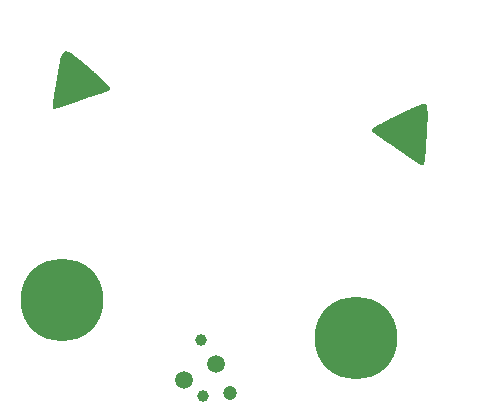
<source format=gtl>
G04 Layer: TopLayer*
G04 EasyEDA v6.5.22, 2023-01-18 18:11:45*
G04 3f45770606e946e99412526f685ae31c,41bbaa2022c14ae6819927e2b53804d3,10*
G04 Gerber Generator version 0.2*
G04 Scale: 100 percent, Rotated: No, Reflected: No *
G04 Dimensions in millimeters *
G04 leading zeros omitted , absolute positions ,4 integer and 5 decimal *
%FSLAX45Y45*%
%MOMM*%

%ADD10C,7.0000*%
%ADD11C,1.0000*%
%ADD12C,1.2000*%
%ADD13C,1.5000*%

%LPD*%
D10*
G01*
X-3859992Y-900998D03*
G01*
X-6354986Y-580999D03*
G36*
X-6326347Y1525943D02*
G01*
X-6329753Y1524751D01*
X-6333002Y1523166D01*
X-6336093Y1521205D01*
X-6339034Y1518881D01*
X-6341836Y1516209D01*
X-6344498Y1513197D01*
X-6347028Y1509864D01*
X-6349431Y1506225D01*
X-6351714Y1502288D01*
X-6353883Y1498069D01*
X-6355943Y1493586D01*
X-6357899Y1488846D01*
X-6359758Y1483865D01*
X-6361526Y1478661D01*
X-6363205Y1473240D01*
X-6364805Y1467622D01*
X-6366332Y1461818D01*
X-6367787Y1455844D01*
X-6369182Y1449710D01*
X-6370518Y1443433D01*
X-6371800Y1437025D01*
X-6373037Y1430500D01*
X-6374236Y1423870D01*
X-6375397Y1417152D01*
X-6376530Y1410360D01*
X-6377640Y1403502D01*
X-6378732Y1396598D01*
X-6379814Y1389659D01*
X-6380888Y1382699D01*
X-6381963Y1375732D01*
X-6383040Y1368772D01*
X-6384129Y1361831D01*
X-6385237Y1354924D01*
X-6386367Y1348064D01*
X-6387523Y1341267D01*
X-6388714Y1334543D01*
X-6389651Y1329380D01*
X-6390647Y1323924D01*
X-6391696Y1318188D01*
X-6392796Y1312194D01*
X-6393939Y1305956D01*
X-6395125Y1299491D01*
X-6396347Y1292814D01*
X-6397604Y1285943D01*
X-6398887Y1278895D01*
X-6400195Y1271686D01*
X-6401523Y1264333D01*
X-6402870Y1256850D01*
X-6404226Y1249255D01*
X-6405590Y1241567D01*
X-6406956Y1233802D01*
X-6408323Y1225971D01*
X-6409684Y1218100D01*
X-6411038Y1210195D01*
X-6412377Y1202283D01*
X-6413698Y1194371D01*
X-6414998Y1186484D01*
X-6416271Y1178633D01*
X-6417515Y1170835D01*
X-6418724Y1163109D01*
X-6419895Y1155471D01*
X-6421023Y1147935D01*
X-6422105Y1140520D01*
X-6423136Y1133243D01*
X-6424109Y1126119D01*
X-6425026Y1119164D01*
X-6425877Y1112398D01*
X-6426662Y1105832D01*
X-6427373Y1099487D01*
X-6428008Y1093381D01*
X-6428562Y1087526D01*
X-6429032Y1081938D01*
X-6429415Y1076639D01*
X-6429702Y1071643D01*
X-6429893Y1066965D01*
X-6429982Y1062621D01*
X-6429966Y1058633D01*
X-6429839Y1055011D01*
X-6429601Y1051775D01*
X-6429242Y1048943D01*
X-6428762Y1046528D01*
X-6428153Y1044547D01*
X-6427416Y1043017D01*
X-6426542Y1041958D01*
X-6425468Y1041306D01*
X-6423995Y1040853D01*
X-6422133Y1040599D01*
X-6419895Y1040533D01*
X-6417297Y1040655D01*
X-6414350Y1040952D01*
X-6411069Y1041420D01*
X-6407462Y1042055D01*
X-6403545Y1042847D01*
X-6399334Y1043795D01*
X-6394836Y1044887D01*
X-6390065Y1046119D01*
X-6385039Y1047485D01*
X-6379766Y1048979D01*
X-6374259Y1050592D01*
X-6368534Y1052321D01*
X-6362600Y1054160D01*
X-6356471Y1056101D01*
X-6350165Y1058138D01*
X-6343688Y1060264D01*
X-6337053Y1062476D01*
X-6330279Y1064762D01*
X-6323373Y1067122D01*
X-6316352Y1069545D01*
X-6309225Y1072027D01*
X-6302009Y1074562D01*
X-6294714Y1077140D01*
X-6287353Y1079761D01*
X-6279939Y1082413D01*
X-6272486Y1085093D01*
X-6265006Y1087793D01*
X-6257513Y1090508D01*
X-6250020Y1093233D01*
X-6242537Y1095959D01*
X-6235080Y1098679D01*
X-6227660Y1101389D01*
X-6220289Y1104084D01*
X-6212984Y1106754D01*
X-6205755Y1109395D01*
X-6198616Y1112001D01*
X-6191577Y1114564D01*
X-6184653Y1117079D01*
X-6177859Y1119540D01*
X-6171204Y1121938D01*
X-6164704Y1124272D01*
X-6158369Y1126530D01*
X-6152215Y1128709D01*
X-6146251Y1130805D01*
X-6140495Y1132806D01*
X-6134955Y1134709D01*
X-6129647Y1136507D01*
X-6124582Y1138194D01*
X-6116543Y1140825D01*
X-6108489Y1143429D01*
X-6100434Y1145999D01*
X-6092398Y1148539D01*
X-6084394Y1151049D01*
X-6076442Y1153525D01*
X-6068555Y1155971D01*
X-6060754Y1158384D01*
X-6053053Y1160767D01*
X-6045469Y1163116D01*
X-6038019Y1165433D01*
X-6030722Y1167719D01*
X-6023589Y1169969D01*
X-6016642Y1172187D01*
X-6009896Y1174374D01*
X-6003368Y1176525D01*
X-5997074Y1178643D01*
X-5991031Y1180726D01*
X-5985258Y1182776D01*
X-5979767Y1184790D01*
X-5974577Y1186771D01*
X-5969708Y1188717D01*
X-5965172Y1190630D01*
X-5960986Y1192504D01*
X-5957171Y1194346D01*
X-5953739Y1196149D01*
X-5950709Y1197917D01*
X-5948095Y1199652D01*
X-5945919Y1201348D01*
X-5944194Y1203007D01*
X-5942939Y1204630D01*
X-5942167Y1206218D01*
X-5941982Y1207508D01*
X-5942182Y1209090D01*
X-5942751Y1210955D01*
X-5943678Y1213088D01*
X-5944948Y1215481D01*
X-5946548Y1218120D01*
X-5948466Y1220998D01*
X-5950691Y1224099D01*
X-5953206Y1227416D01*
X-5955997Y1230934D01*
X-5959055Y1234645D01*
X-5962368Y1238537D01*
X-5965916Y1242595D01*
X-5969690Y1246814D01*
X-5973678Y1251178D01*
X-5977864Y1255679D01*
X-5982238Y1260304D01*
X-5986785Y1265041D01*
X-5991491Y1269883D01*
X-5996343Y1274813D01*
X-6001331Y1279824D01*
X-6006439Y1284902D01*
X-6011654Y1290038D01*
X-6016965Y1295219D01*
X-6022355Y1300436D01*
X-6027816Y1305676D01*
X-6033330Y1310929D01*
X-6038885Y1316182D01*
X-6044471Y1321427D01*
X-6050071Y1326649D01*
X-6055674Y1331838D01*
X-6061268Y1336984D01*
X-6066838Y1342077D01*
X-6072370Y1347101D01*
X-6077851Y1352049D01*
X-6083269Y1356908D01*
X-6088613Y1361668D01*
X-6093866Y1366319D01*
X-6099017Y1370845D01*
X-6104051Y1375239D01*
X-6108956Y1379489D01*
X-6113721Y1383581D01*
X-6118331Y1387508D01*
X-6122771Y1391257D01*
X-6127623Y1395348D01*
X-6132591Y1399578D01*
X-6137671Y1403924D01*
X-6142852Y1408379D01*
X-6148130Y1412928D01*
X-6153492Y1417556D01*
X-6158931Y1422250D01*
X-6164437Y1426997D01*
X-6170005Y1431785D01*
X-6175623Y1436596D01*
X-6181285Y1441422D01*
X-6186982Y1446245D01*
X-6192705Y1451056D01*
X-6198448Y1455836D01*
X-6204198Y1460576D01*
X-6209949Y1465259D01*
X-6215694Y1469875D01*
X-6221422Y1474406D01*
X-6227127Y1478843D01*
X-6232796Y1483172D01*
X-6238427Y1487378D01*
X-6244008Y1491447D01*
X-6249530Y1495364D01*
X-6254986Y1499120D01*
X-6260368Y1502699D01*
X-6265664Y1506085D01*
X-6270871Y1509270D01*
X-6275976Y1512237D01*
X-6280972Y1514970D01*
X-6285852Y1517462D01*
X-6290607Y1519694D01*
X-6295227Y1521655D01*
X-6299702Y1523331D01*
X-6304031Y1524708D01*
X-6308196Y1525772D01*
X-6312197Y1526512D01*
X-6316019Y1526913D01*
X-6319657Y1526961D01*
X-6323103Y1526641D01*
X-6326347Y1525943D01*
X-6326347Y1525943D01*
G37*
G36*
X-3488588Y998616D02*
G01*
X-3491390Y997364D01*
X-3494686Y995867D01*
X-3498456Y994138D01*
X-3502667Y992184D01*
X-3507295Y990020D01*
X-3512314Y987653D01*
X-3517699Y985098D01*
X-3523419Y982367D01*
X-3529449Y979467D01*
X-3535766Y976414D01*
X-3542339Y973213D01*
X-3549144Y969883D01*
X-3556154Y966431D01*
X-3563343Y962868D01*
X-3570681Y959205D01*
X-3578146Y955456D01*
X-3585707Y951631D01*
X-3593343Y947737D01*
X-3601024Y943792D01*
X-3608722Y939805D01*
X-3616413Y935786D01*
X-3624069Y931745D01*
X-3631666Y927699D01*
X-3639174Y923653D01*
X-3646571Y919619D01*
X-3653825Y915614D01*
X-3660912Y911641D01*
X-3667805Y907719D01*
X-3674478Y903853D01*
X-3680907Y900059D01*
X-3687058Y896345D01*
X-3692913Y892726D01*
X-3698440Y889208D01*
X-3703617Y885807D01*
X-3708412Y882530D01*
X-3712801Y879393D01*
X-3716756Y876404D01*
X-3720254Y873574D01*
X-3723266Y870917D01*
X-3725768Y868441D01*
X-3727729Y866160D01*
X-3729123Y864085D01*
X-3729929Y862225D01*
X-3730114Y860595D01*
X-3729743Y858834D01*
X-3728930Y856889D01*
X-3727696Y854765D01*
X-3726055Y852472D01*
X-3724026Y850018D01*
X-3721623Y847407D01*
X-3718869Y844651D01*
X-3715776Y841755D01*
X-3712364Y838730D01*
X-3708651Y835578D01*
X-3704653Y832314D01*
X-3700386Y828939D01*
X-3695870Y825464D01*
X-3691120Y821895D01*
X-3686154Y818243D01*
X-3680990Y814511D01*
X-3675646Y810712D01*
X-3670137Y806848D01*
X-3664483Y802932D01*
X-3658699Y798969D01*
X-3652801Y794966D01*
X-3646810Y790933D01*
X-3640742Y786876D01*
X-3634613Y782805D01*
X-3628443Y778723D01*
X-3622245Y774641D01*
X-3616040Y770567D01*
X-3609845Y766508D01*
X-3603675Y762472D01*
X-3597549Y758464D01*
X-3591483Y754496D01*
X-3585497Y750575D01*
X-3579606Y746704D01*
X-3573828Y742896D01*
X-3568179Y739157D01*
X-3562677Y735495D01*
X-3557341Y731916D01*
X-3552187Y728431D01*
X-3547231Y725043D01*
X-3542494Y721763D01*
X-3538496Y718967D01*
X-3534222Y715957D01*
X-3529685Y712749D01*
X-3524900Y709353D01*
X-3519883Y705779D01*
X-3514646Y702045D01*
X-3509205Y698162D01*
X-3503574Y694138D01*
X-3497770Y689990D01*
X-3491806Y685728D01*
X-3485697Y681367D01*
X-3479459Y676917D01*
X-3473104Y672391D01*
X-3466650Y667801D01*
X-3460107Y663160D01*
X-3453495Y658482D01*
X-3446825Y653775D01*
X-3440112Y649056D01*
X-3433373Y644337D01*
X-3426622Y639627D01*
X-3419871Y634941D01*
X-3413140Y630293D01*
X-3406437Y625690D01*
X-3399782Y621151D01*
X-3393188Y616684D01*
X-3386670Y612302D01*
X-3380242Y608020D01*
X-3373920Y603846D01*
X-3367717Y599798D01*
X-3361649Y595881D01*
X-3355728Y592114D01*
X-3349972Y588507D01*
X-3344397Y585073D01*
X-3339012Y581825D01*
X-3333836Y578774D01*
X-3328885Y575932D01*
X-3324169Y573313D01*
X-3319706Y570928D01*
X-3315510Y568789D01*
X-3311596Y566912D01*
X-3307976Y565307D01*
X-3304669Y563984D01*
X-3301690Y562960D01*
X-3299048Y562244D01*
X-3296762Y561850D01*
X-3294847Y561789D01*
X-3293315Y562076D01*
X-3292182Y562721D01*
X-3291080Y564001D01*
X-3289998Y565835D01*
X-3288936Y568203D01*
X-3287895Y571080D01*
X-3286876Y574441D01*
X-3285878Y578266D01*
X-3284900Y582531D01*
X-3283943Y587209D01*
X-3283008Y592284D01*
X-3282091Y597728D01*
X-3281197Y603519D01*
X-3280326Y609633D01*
X-3279472Y616046D01*
X-3278642Y622739D01*
X-3277834Y629686D01*
X-3277044Y636864D01*
X-3276277Y644250D01*
X-3275533Y651819D01*
X-3274809Y659554D01*
X-3274105Y667425D01*
X-3273425Y675411D01*
X-3272764Y683491D01*
X-3272124Y691639D01*
X-3271507Y699836D01*
X-3270912Y708052D01*
X-3270338Y716272D01*
X-3269785Y724466D01*
X-3269254Y732614D01*
X-3268743Y740691D01*
X-3268258Y748677D01*
X-3267791Y756549D01*
X-3267346Y764278D01*
X-3266925Y771847D01*
X-3266523Y779231D01*
X-3266145Y786406D01*
X-3265789Y793351D01*
X-3265454Y800041D01*
X-3265142Y806452D01*
X-3264852Y812563D01*
X-3264583Y818349D01*
X-3264400Y821938D01*
X-3264164Y826018D01*
X-3263877Y830567D01*
X-3263544Y835550D01*
X-3263173Y840948D01*
X-3262769Y846726D01*
X-3262337Y852863D01*
X-3261885Y859325D01*
X-3261415Y866089D01*
X-3260935Y873127D01*
X-3260450Y880409D01*
X-3259963Y887910D01*
X-3259482Y895601D01*
X-3259015Y903455D01*
X-3258563Y911443D01*
X-3258134Y919540D01*
X-3257732Y927717D01*
X-3257364Y935949D01*
X-3257036Y944204D01*
X-3256752Y952456D01*
X-3256521Y960681D01*
X-3256343Y968844D01*
X-3256226Y976927D01*
X-3256178Y984895D01*
X-3256201Y992723D01*
X-3256302Y1000386D01*
X-3256488Y1007851D01*
X-3256762Y1015095D01*
X-3257133Y1022088D01*
X-3257603Y1028804D01*
X-3258179Y1035215D01*
X-3258865Y1041293D01*
X-3259670Y1047010D01*
X-3260598Y1052339D01*
X-3261654Y1057254D01*
X-3262843Y1061725D01*
X-3264171Y1065725D01*
X-3265644Y1069228D01*
X-3267268Y1072205D01*
X-3269048Y1074630D01*
X-3271154Y1076553D01*
X-3273729Y1078057D01*
X-3276757Y1079159D01*
X-3280211Y1079878D01*
X-3284067Y1080228D01*
X-3288304Y1080231D01*
X-3292894Y1079903D01*
X-3297814Y1079261D01*
X-3303043Y1078323D01*
X-3308555Y1077107D01*
X-3314329Y1075629D01*
X-3320338Y1073909D01*
X-3326561Y1071963D01*
X-3332975Y1069809D01*
X-3339553Y1067468D01*
X-3346272Y1064950D01*
X-3353109Y1062278D01*
X-3360044Y1059472D01*
X-3367046Y1056543D01*
X-3374097Y1053513D01*
X-3381174Y1050399D01*
X-3388248Y1047216D01*
X-3395299Y1043985D01*
X-3402302Y1040724D01*
X-3409233Y1037447D01*
X-3416071Y1034176D01*
X-3422789Y1030925D01*
X-3429368Y1027711D01*
X-3435779Y1024557D01*
X-3441999Y1021473D01*
X-3448009Y1018484D01*
X-3453780Y1015603D01*
X-3459292Y1012850D01*
X-3464519Y1010241D01*
X-3469436Y1007795D01*
X-3474024Y1005530D01*
X-3478258Y1003462D01*
X-3482111Y1001608D01*
X-3485560Y999987D01*
X-3488585Y998616D01*
X-3488588Y998616D01*
G37*
D11*
G01*
X-5177025Y-921164D03*
D12*
G01*
X-4933231Y-1369207D03*
D13*
G01*
X-5318780Y-1254526D03*
G01*
X-5051539Y-1118687D03*
D11*
G01*
X-5156192Y-1393515D03*
M02*

</source>
